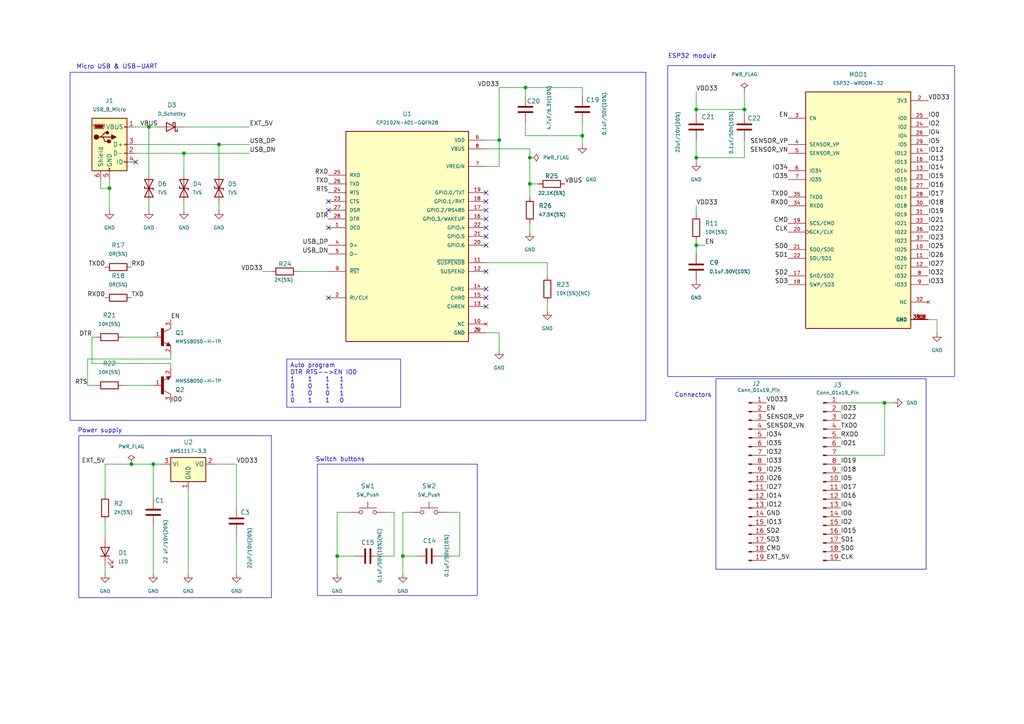
<source format=kicad_sch>
(kicad_sch (version 20231120) (generator "eeschema") (generator_version "8.0")
  (paper "A4")
  (title_block (title "ESP32 Devkit clone") (date "2024-04-22") (rev "Revision 2"))
  (lib_symbols
    (symbol "CP2102N-A01-GQFN28:CP2102N-A01-GQFN28" (pin_names (offset 1.016))
      (property "Reference" "U" (at -17.8308 31.0896 0))
      (property "Value" "CP2102N-A01-GQFN28" (at -17.8054 -31.0388 0))
      (symbol "CP2102N-A01-GQFN28_0_0"
        (rectangle (start -17.78 -30.48) (end 17.78 30.48) (stroke (width 0.254)) (fill (type background)))
        (pin input line (at -22.86 2.54 0) (length 5.08) (name "DCD") (number "1"))
        (pin no_connect line (at 22.86 -25.4 180) (length 5.08) (name "NC") (number "10"))
        (pin output line (at 22.86 -7.62 180) (length 5.08) (name "~{SUSPENDB}") (number "11"))
        (pin output line (at 22.86 -10.16 180) (length 5.08) (name "SUSPEND") (number "12"))
        (pin output line (at 22.86 -20.32 180) (length 5.08) (name "CHREN") (number "13"))
        (pin output line (at 22.86 -15.24 180) (length 5.08) (name "CHR1") (number "14"))
        (pin output line (at 22.86 -17.78 180) (length 5.08) (name "CHR0") (number "15"))
        (pin bidirectional line (at 22.86 5.08 180) (length 5.08) (name "GPIO.3/WAKEUP") (number "16"))
        (pin bidirectional line (at 22.86 7.62 180) (length 5.08) (name "GPIO.2/RS485") (number "17"))
        (pin bidirectional line (at 22.86 10.16 180) (length 5.08) (name "GPIO.1/RXT") (number "18"))
        (pin bidirectional line (at 22.86 12.7 180) (length 5.08) (name "GPIO.0/TXT") (number "19"))
        (pin bidirectional line (at -22.86 -17.78 0) (length 5.08) (name "RI/CLK") (number "2"))
        (pin bidirectional line (at 22.86 -2.54 180) (length 5.08) (name "GPIO.6") (number "20"))
        (pin bidirectional line (at 22.86 0 180) (length 5.08) (name "GPIO.5") (number "21"))
        (pin bidirectional line (at 22.86 2.54 180) (length 5.08) (name "GPIO.4") (number "22"))
        (pin input line (at -22.86 10.16 0) (length 5.08) (name "CTS") (number "23"))
        (pin output line (at -22.86 12.7 0) (length 5.08) (name "RTS") (number "24"))
        (pin input line (at -22.86 17.78 0) (length 5.08) (name "RXD") (number "25"))
        (pin output line (at -22.86 15.24 0) (length 5.08) (name "TXD") (number "26"))
        (pin input line (at -22.86 7.62 0) (length 5.08) (name "DSR") (number "27"))
        (pin output line (at -22.86 5.08 0) (length 5.08) (name "DTR") (number "28"))
        (pin power_in line (at 22.86 -27.94 180) (length 5.08) (name "GND") (number "29"))
        (pin power_in line (at 22.86 -27.94 180) (length 5.08) (name "GND") (number "3"))
        (pin bidirectional line (at -22.86 -2.54 0) (length 5.08) (name "D+") (number "4"))
        (pin bidirectional line (at -22.86 -5.08 0) (length 5.08) (name "D-") (number "5"))
        (pin power_in line (at 22.86 27.94 180) (length 5.08) (name "VDD") (number "6"))
        (pin power_in line (at 22.86 20.32 180) (length 5.08) (name "VREGIN") (number "7"))
        (pin power_in line (at 22.86 25.4 180) (length 5.08) (name "VBUS") (number "8"))
        (pin input line (at -22.86 -10.16 0) (length 5.08) (name "~{RST}") (number "9"))
      )
    )
    (symbol "Connector:Conn_01x19_Pin" (pin_names (offset 1.016) hide)
      (property "Reference" "J" (at 0 25.4 0))
      (property "Value" "Conn_01x19_Pin" (at 0 -25.4 0))
      (symbol "Conn_01x19_Pin_1_1"
        (polyline (pts (xy 1.27 -22.86) (xy 0.8636 -22.86)) (stroke (width 0.1524)))
        (polyline (pts (xy 1.27 -20.32) (xy 0.8636 -20.32)) (stroke (width 0.1524)))
        (polyline (pts (xy 1.27 -17.78) (xy 0.8636 -17.78)) (stroke (width 0.1524)))
        (polyline (pts (xy 1.27 -15.24) (xy 0.8636 -15.24)) (stroke (width 0.1524)))
        (polyline (pts (xy 1.27 -12.7) (xy 0.8636 -12.7)) (stroke (width 0.1524)))
        (polyline (pts (xy 1.27 -10.16) (xy 0.8636 -10.16)) (stroke (width 0.1524)))
        (polyline (pts (xy 1.27 -7.62) (xy 0.8636 -7.62)) (stroke (width 0.1524)))
        (polyline (pts (xy 1.27 -5.08) (xy 0.8636 -5.08)) (stroke (width 0.1524)))
        (polyline (pts (xy 1.27 -2.54) (xy 0.8636 -2.54)) (stroke (width 0.1524)))
        (polyline (pts (xy 1.27 0) (xy 0.8636 0)) (stroke (width 0.1524)))
        (polyline (pts (xy 1.27 2.54) (xy 0.8636 2.54)) (stroke (width 0.1524)))
        (polyline (pts (xy 1.27 5.08) (xy 0.8636 5.08)) (stroke (width 0.1524)))
        (polyline (pts (xy 1.27 7.62) (xy 0.8636 7.62)) (stroke (width 0.1524)))
        (polyline (pts (xy 1.27 10.16) (xy 0.8636 10.16)) (stroke (width 0.1524)))
        (polyline (pts (xy 1.27 12.7) (xy 0.8636 12.7)) (stroke (width 0.1524)))
        (polyline (pts (xy 1.27 15.24) (xy 0.8636 15.24)) (stroke (width 0.1524)))
        (polyline (pts (xy 1.27 17.78) (xy 0.8636 17.78)) (stroke (width 0.1524)))
        (polyline (pts (xy 1.27 20.32) (xy 0.8636 20.32)) (stroke (width 0.1524)))
        (polyline (pts (xy 1.27 22.86) (xy 0.8636 22.86)) (stroke (width 0.1524)))
        (rectangle (start 0.8636 -22.733) (end 0 -22.987) (stroke (width 0.1524)) (fill (type outline)))
        (rectangle (start 0.8636 -20.193) (end 0 -20.447) (stroke (width 0.1524)) (fill (type outline)))
        (rectangle (start 0.8636 -17.653) (end 0 -17.907) (stroke (width 0.1524)) (fill (type outline)))
        (rectangle (start 0.8636 -15.113) (end 0 -15.367) (stroke (width 0.1524)) (fill (type outline)))
        (rectangle (start 0.8636 -12.573) (end 0 -12.827) (stroke (width 0.1524)) (fill (type outline)))
        (rectangle (start 0.8636 -10.033) (end 0 -10.287) (stroke (width 0.1524)) (fill (type outline)))
        (rectangle (start 0.8636 -7.493) (end 0 -7.747) (stroke (width 0.1524)) (fill (type outline)))
        (rectangle (start 0.8636 -4.953) (end 0 -5.207) (stroke (width 0.1524)) (fill (type outline)))
        (rectangle (start 0.8636 -2.413) (end 0 -2.667) (stroke (width 0.1524)) (fill (type outline)))
        (rectangle (start 0.8636 0.127) (end 0 -0.127) (stroke (width 0.1524)) (fill (type outline)))
        (rectangle (start 0.8636 2.667) (end 0 2.413) (stroke (width 0.1524)) (fill (type outline)))
        (rectangle (start 0.8636 5.207) (end 0 4.953) (stroke (width 0.1524)) (fill (type outline)))
        (rectangle (start 0.8636 7.747) (end 0 7.493) (stroke (width 0.1524)) (fill (type outline)))
        (rectangle (start 0.8636 10.287) (end 0 10.033) (stroke (width 0.1524)) (fill (type outline)))
        (rectangle (start 0.8636 12.827) (end 0 12.573) (stroke (width 0.1524)) (fill (type outline)))
        (rectangle (start 0.8636 15.367) (end 0 15.113) (stroke (width 0.1524)) (fill (type outline)))
        (rectangle (start 0.8636 17.907) (end 0 17.653) (stroke (width 0.1524)) (fill (type outline)))
        (rectangle (start 0.8636 20.447) (end 0 20.193) (stroke (width 0.1524)) (fill (type outline)))
        (rectangle (start 0.8636 22.987) (end 0 22.733) (stroke (width 0.1524)) (fill (type outline)))
        (pin passive line (at 5.08 22.86 180) (length 3.81) (name "Pin_1") (number "1"))
        (pin passive line (at 5.08 0 180) (length 3.81) (name "Pin_10") (number "10"))
        (pin passive line (at 5.08 -2.54 180) (length 3.81) (name "Pin_11") (number "11"))
        (pin passive line (at 5.08 -5.08 180) (length 3.81) (name "Pin_12") (number "12"))
        (pin passive line (at 5.08 -7.62 180) (length 3.81) (name "Pin_13") (number "13"))
        (pin passive line (at 5.08 -10.16 180) (length 3.81) (name "Pin_14") (number "14"))
        (pin passive line (at 5.08 -12.7 180) (length 3.81) (name "Pin_15") (number "15"))
        (pin passive line (at 5.08 -15.24 180) (length 3.81) (name "Pin_16") (number "16"))
        (pin passive line (at 5.08 -17.78 180) (length 3.81) (name "Pin_17") (number "17"))
        (pin passive line (at 5.08 -20.32 180) (length 3.81) (name "Pin_18") (number "18"))
        (pin passive line (at 5.08 -22.86 180) (length 3.81) (name "Pin_19") (number "19"))
        (pin passive line (at 5.08 20.32 180) (length 3.81) (name "Pin_2") (number "2"))
        (pin passive line (at 5.08 17.78 180) (length 3.81) (name "Pin_3") (number "3"))
        (pin passive line (at 5.08 15.24 180) (length 3.81) (name "Pin_4") (number "4"))
        (pin passive line (at 5.08 12.7 180) (length 3.81) (name "Pin_5") (number "5"))
        (pin passive line (at 5.08 10.16 180) (length 3.81) (name "Pin_6") (number "6"))
        (pin passive line (at 5.08 7.62 180) (length 3.81) (name "Pin_7") (number "7"))
        (pin passive line (at 5.08 5.08 180) (length 3.81) (name "Pin_8") (number "8"))
        (pin passive line (at 5.08 2.54 180) (length 3.81) (name "Pin_9") (number "9"))
      )
    )
    (symbol "Connector:USB_B_Micro" (pin_names (offset 1.016))
      (property "Reference" "J" (at -5.08 11.43 0))
      (property "Value" "USB_B_Micro" (at -5.08 8.89 0))
      (symbol "USB_B_Micro_0_1"
        (rectangle (start -5.08 -7.62) (end 5.08 7.62) (stroke (width 0.254)) (fill (type background)))
        (circle (center -3.81 2.159) (radius 0.635) (stroke (width 0.254)) (fill (type outline)))
        (circle (center -0.635 3.429) (radius 0.381) (stroke (width 0.254)) (fill (type outline)))
        (rectangle (start -0.127 -7.62) (end 0.127 -6.858))
        (polyline (pts (xy -1.905 2.159) (xy 0.635 2.159)) (stroke (width 0.254)))
        (polyline (pts (xy -3.175 2.159) (xy -2.54 2.159) (xy -1.27 3.429) (xy -0.635 3.429)) (stroke (width 0.254)))
        (polyline (pts (xy -2.54 2.159) (xy -1.905 2.159) (xy -1.27 0.889) (xy 0 0.889)) (stroke (width 0.254)))
        (polyline (pts (xy 0.635 2.794) (xy 0.635 1.524) (xy 1.905 2.159) (xy 0.635 2.794)) (stroke (width 0.254)) (fill (type outline)))
        (polyline (pts (xy -4.318 5.588) (xy -1.778 5.588) (xy -2.032 4.826) (xy -4.064 4.826) (xy -4.318 5.588)) (fill (type outline)))
        (polyline (pts (xy -4.699 5.842) (xy -4.699 5.588) (xy -4.445 4.826) (xy -4.445 4.572) (xy -1.651 4.572) (xy -1.651 4.826) (xy -1.397 5.588) (xy -1.397 5.842) (xy -4.699 5.842)))
        (rectangle (start 0.254 1.27) (end -0.508 0.508) (stroke (width 0.254)) (fill (type outline)))
        (rectangle (start 5.08 -5.207) (end 4.318 -4.953))
        (rectangle (start 5.08 -2.667) (end 4.318 -2.413))
        (rectangle (start 5.08 -0.127) (end 4.318 0.127))
        (rectangle (start 5.08 4.953) (end 4.318 5.207))
      )
      (symbol "USB_B_Micro_1_1"
        (pin power_out line (at 7.62 5.08 180) (length 2.54) (name "VBUS") (number "1"))
        (pin bidirectional line (at 7.62 -2.54 180) (length 2.54) (name "D-") (number "2"))
        (pin bidirectional line (at 7.62 0 180) (length 2.54) (name "D+") (number "3"))
        (pin passive line (at 7.62 -5.08 180) (length 2.54) (name "ID") (number "4"))
        (pin power_out line (at 0 -10.16 90) (length 2.54) (name "GND") (number "5"))
        (pin passive line (at -2.54 -10.16 90) (length 2.54) (name "Shield") (number "6"))
      )
    )
    (symbol "Device:C" (pin_numbers hide) (pin_names (offset 0.254))
      (property "Reference" "C" (at 0.635 2.54 0))
      (property "Value" "C" (at 0.635 -2.54 0))
      (symbol "C_0_1"
        (polyline (pts (xy -2.032 -0.762) (xy 2.032 -0.762)) (stroke (width 0.508)))
        (polyline (pts (xy -2.032 0.762) (xy 2.032 0.762)) (stroke (width 0.508)))
      )
      (symbol "C_1_1"
        (pin passive line (at 0 3.81 270) (length 2.794) (name "~") (number "1"))
        (pin passive line (at 0 -3.81 90) (length 2.794) (name "~") (number "2"))
      )
    )
    (symbol "Device:D_Schottky" (pin_numbers hide) (pin_names (offset 1.016) hide)
      (property "Reference" "D" (at 0 2.54 0))
      (property "Value" "D_Schottky" (at 0 -2.54 0))
      (symbol "D_Schottky_0_1"
        (polyline (pts (xy 1.27 0) (xy -1.27 0)))
        (polyline (pts (xy 1.27 1.27) (xy 1.27 -1.27) (xy -1.27 0) (xy 1.27 1.27)) (stroke (width 0.254)))
        (polyline (pts (xy -1.905 0.635) (xy -1.905 1.27) (xy -1.27 1.27) (xy -1.27 -1.27) (xy -0.635 -1.27) (xy -0.635 -0.635)) (stroke (width 0.254)))
      )
      (symbol "D_Schottky_1_1"
        (pin passive line (at -3.81 0 0) (length 2.54) (name "K") (number "1"))
        (pin passive line (at 3.81 0 180) (length 2.54) (name "A") (number "2"))
      )
    )
    (symbol "Device:LED" (pin_numbers hide) (pin_names (offset 1.016) hide)
      (property "Reference" "D" (at 0 2.54 0))
      (property "Value" "LED" (at 0 -2.54 0))
      (symbol "LED_0_1"
        (polyline (pts (xy -1.27 -1.27) (xy -1.27 1.27)) (stroke (width 0.254)))
        (polyline (pts (xy -1.27 0) (xy 1.27 0)))
        (polyline (pts (xy 1.27 -1.27) (xy 1.27 1.27) (xy -1.27 0) (xy 1.27 -1.27)) (stroke (width 0.254)))
        (polyline (pts (xy -3.048 -0.762) (xy -4.572 -2.286) (xy -3.81 -2.286) (xy -4.572 -2.286) (xy -4.572 -1.524)))
        (polyline (pts (xy -1.778 -0.762) (xy -3.302 -2.286) (xy -2.54 -2.286) (xy -3.302 -2.286) (xy -3.302 -1.524)))
      )
      (symbol "LED_1_1"
        (pin passive line (at -3.81 0 0) (length 2.54) (name "K") (number "1"))
        (pin passive line (at 3.81 0 180) (length 2.54) (name "A") (number "2"))
      )
    )
    (symbol "Device:R" (pin_numbers hide) (pin_names (offset 0))
      (property "Reference" "R" (at 2.032 0 90))
      (property "Value" "R" (at 0 0 90))
      (symbol "R_0_1"
        (rectangle (start -1.016 -2.54) (end 1.016 2.54) (stroke (width 0.254)))
      )
      (symbol "R_1_1"
        (pin passive line (at 0 3.81 270) (length 1.27) (name "~") (number "1"))
        (pin passive line (at 0 -3.81 90) (length 1.27) (name "~") (number "2"))
      )
    )
    (symbol "ESP32-WROOM-32:ESP32-WROOM-32" (pin_names (offset 1.016))
      (property "Reference" "MOD1" (at 0 40.64 0))
      (property "Value" "ESP32-WROOM-32" (at 0 38.1 0))
      (symbol "ESP32-WROOM-32_0_0"
        (rectangle (start -15.24 35.56) (end 15.24 -33.02) (stroke (width 0.254)) (fill (type background)))
        (pin power_in line (at 20.32 -30.48 180) (length 5.08) (name "GND") (number "1"))
        (pin bidirectional line (at 20.32 -10.16 180) (length 5.08) (name "IO25") (number "10"))
        (pin bidirectional line (at 20.32 -12.7 180) (length 5.08) (name "IO26") (number "11"))
        (pin bidirectional line (at 20.32 -15.24 180) (length 5.08) (name "IO27") (number "12"))
        (pin bidirectional line (at 20.32 12.7 180) (length 5.08) (name "IO14") (number "13"))
        (pin bidirectional line (at 20.32 17.78 180) (length 5.08) (name "IO12") (number "14"))
        (pin power_in line (at 20.32 -30.48 180) (length 5.08) (name "GND") (number "15"))
        (pin bidirectional line (at 20.32 15.24 180) (length 5.08) (name "IO13") (number "16"))
        (pin bidirectional line (at -20.32 -17.78 0) (length 5.08) (name "SHD/SD2") (number "17"))
        (pin bidirectional line (at -20.32 -20.32 0) (length 5.08) (name "SWP/SD3") (number "18"))
        (pin bidirectional line (at -20.32 -2.54 0) (length 5.08) (name "SCS/CMD") (number "19"))
        (pin power_in line (at 20.32 33.02 180) (length 5.08) (name "3V3") (number "2"))
        (pin bidirectional clock (at -20.32 -5.08 0) (length 5.08) (name "SCK/CLK") (number "20"))
        (pin bidirectional line (at -20.32 -10.16 0) (length 5.08) (name "SDO/SD0") (number "21"))
        (pin bidirectional line (at -20.32 -12.7 0) (length 5.08) (name "SDI/SD1") (number "22"))
        (pin bidirectional line (at 20.32 10.16 180) (length 5.08) (name "IO15") (number "23"))
        (pin bidirectional line (at 20.32 25.4 180) (length 5.08) (name "IO2") (number "24"))
        (pin bidirectional line (at 20.32 27.94 180) (length 5.08) (name "IO0") (number "25"))
        (pin bidirectional line (at 20.32 22.86 180) (length 5.08) (name "IO4") (number "26"))
        (pin bidirectional line (at 20.32 7.62 180) (length 5.08) (name "IO16") (number "27"))
        (pin bidirectional line (at 20.32 5.08 180) (length 5.08) (name "IO17") (number "28"))
        (pin bidirectional line (at 20.32 20.32 180) (length 5.08) (name "IO5") (number "29"))
        (pin input line (at -20.32 27.94 0) (length 5.08) (name "EN") (number "3"))
        (pin bidirectional line (at 20.32 2.54 180) (length 5.08) (name "IO18") (number "30"))
        (pin bidirectional line (at 20.32 0 180) (length 5.08) (name "IO19") (number "31"))
        (pin no_connect line (at 20.32 -25.4 180) (length 5.08) (name "NC") (number "32"))
        (pin bidirectional line (at 20.32 -2.54 180) (length 5.08) (name "IO21") (number "33"))
        (pin bidirectional line (at -20.32 2.54 0) (length 5.08) (name "RXD0") (number "34"))
        (pin bidirectional line (at -20.32 5.08 0) (length 5.08) (name "TXD0") (number "35"))
        (pin bidirectional line (at 20.32 -5.08 180) (length 5.08) (name "IO22") (number "36"))
        (pin bidirectional line (at 20.32 -7.62 180) (length 5.08) (name "IO23") (number "37"))
        (pin power_in line (at 20.32 -30.48 180) (length 5.08) (name "GND") (number "38"))
        (pin power_in line (at 20.32 -30.48 180) (length 5.08) (name "GND") (number "39_1"))
        (pin power_in line (at 20.32 -30.48 180) (length 5.08) (name "GND") (number "39_2"))
        (pin power_in line (at 20.32 -30.48 180) (length 5.08) (name "GND") (number "39_3"))
        (pin power_in line (at 20.32 -30.48 180) (length 5.08) (name "GND") (number "39_4"))
        (pin power_in line (at 20.32 -30.48 180) (length 5.08) (name "GND") (number "39_5"))
        (pin power_in line (at 20.32 -30.48 180) (length 5.08) (name "GND") (number "39_6"))
        (pin power_in line (at 20.32 -30.48 180) (length 5.08) (name "GND") (number "39_7"))
        (pin power_in line (at 20.32 -30.48 180) (length 5.08) (name "GND") (number "39_8"))
        (pin power_in line (at 20.32 -30.48 180) (length 5.08) (name "GND") (number "39_9"))
        (pin input line (at -20.32 20.32 0) (length 5.08) (name "SENSOR_VP") (number "4"))
        (pin input line (at -20.32 17.78 0) (length 5.08) (name "SENSOR_VN") (number "5"))
        (pin input line (at -20.32 12.7 0) (length 5.08) (name "IO34") (number "6"))
        (pin input line (at -20.32 10.16 0) (length 5.08) (name "IO35") (number "7"))
        (pin bidirectional line (at 20.32 -17.78 180) (length 5.08) (name "IO32") (number "8"))
        (pin bidirectional line (at 20.32 -20.32 180) (length 5.08) (name "IO33") (number "9"))
      )
    )
    (symbol "MMSS8050-H-TP:MMSS8050-H-TP" (pin_names (offset 1.016))
      (property "Reference" "Q" (at -10.16 7.62 0))
      (property "Value" "MMSS8050-H-TP" (at -10.16 -7.62 0))
      (symbol "MMSS8050-H-TP_0_0"
        (rectangle (start -0.254 -2.54) (end 0.508 2.54) (stroke (width 0.1)) (fill (type outline)))
        (polyline (pts (xy 1.27 -2.54) (xy 1.778 -1.524)) (stroke (width 0.1524)))
        (polyline (pts (xy 1.524 -2.413) (xy 2.286 -2.413)) (stroke (width 0.254)))
        (polyline (pts (xy 1.524 -2.286) (xy 1.905 -2.286)) (stroke (width 0.254)))
        (polyline (pts (xy 1.54 -2.04) (xy 0.308 -1.424)) (stroke (width 0.1524)))
        (polyline (pts (xy 1.778 -1.778) (xy 1.524 -2.286)) (stroke (width 0.254)))
        (polyline (pts (xy 1.778 -1.524) (xy 2.54 -2.54)) (stroke (width 0.1524)))
        (polyline (pts (xy 1.905 -2.286) (xy 1.778 -2.032)) (stroke (width 0.254)))
        (polyline (pts (xy 2.286 -2.413) (xy 1.778 -1.778)) (stroke (width 0.254)))
        (polyline (pts (xy 2.54 -2.54) (xy 1.27 -2.54)) (stroke (width 0.1524)))
        (polyline (pts (xy 2.54 2.54) (xy 0.508 1.524)) (stroke (width 0.1524)))
        (pin passive line (at -2.54 0 0) (length 2.54) (name "~") (number "1"))
        (pin passive line (at 2.54 -5.08 90) (length 2.54) (name "~") (number "2"))
        (pin passive line (at 2.54 5.08 270) (length 2.54) (name "~") (number "3"))
      )
    )
    (symbol "Regulator_Linear:AMS1117-3.3"
      (property "Reference" "U" (at -3.81 3.175 0))
      (property "Value" "AMS1117-3.3" (at 0 3.175 0))
      (symbol "AMS1117-3.3_0_1"
        (rectangle (start -5.08 -5.08) (end 5.08 1.905) (stroke (width 0.254)) (fill (type background)))
      )
      (symbol "AMS1117-3.3_1_1"
        (pin power_in line (at 0 -7.62 90) (length 2.54) (name "GND") (number "1"))
        (pin power_out line (at 7.62 0 180) (length 2.54) (name "VO") (number "2"))
        (pin power_in line (at -7.62 0 0) (length 2.54) (name "VI") (number "3"))
      )
    )
    (symbol "SparkFun-DiscreteSemi:D_TVS" (pin_numbers hide) (pin_names (offset 1.016) hide)
      (property "Reference" "D" (at 0 2.54 0))
      (property "Value" "TVS" (at 0 -2.54 0))
      (symbol "D_TVS_0_1"
        (polyline (pts (xy 1.27 0) (xy -1.27 0)))
        (polyline (pts (xy 0.508 1.27) (xy 0 1.27) (xy 0 -1.27) (xy -0.508 -1.27)) (stroke (width 0.254)))
        (polyline (pts (xy -2.54 1.27) (xy -2.54 -1.27) (xy 2.54 1.27) (xy 2.54 -1.27) (xy -2.54 1.27)) (stroke (width 0.254)))
      )
      (symbol "D_TVS_1_1"
        (pin passive line (at -3.81 0 0) (length 2.54) (name "A1") (number "1"))
        (pin passive line (at 3.81 0 180) (length 2.54) (name "A2") (number "2"))
      )
    )
    (symbol "Switch:SW_Push" (pin_numbers hide) (pin_names (offset 1.016) hide)
      (property "Reference" "SW" (at 1.27 2.54 0))
      (property "Value" "SW_Push" (at 0 -1.524 0))
      (symbol "SW_Push_0_1"
        (circle (center -2.032 0) (radius 0.508))
        (polyline (pts (xy 0 1.27) (xy 0 3.048)))
        (polyline (pts (xy 2.54 1.27) (xy -2.54 1.27)))
        (circle (center 2.032 0) (radius 0.508))
        (pin passive line (at -5.08 0 0) (length 2.54) (name "1") (number "1"))
        (pin passive line (at 5.08 0 180) (length 2.54) (name "2") (number "2"))
      )
    )
    (symbol "power:GND" (power) (pin_names (offset 0))
      (property "Value" "GND" (at 0 -3.81 0))
      (symbol "GND_0_1"
        (polyline (pts (xy 0 0) (xy 0 -1.27) (xy 1.27 -1.27) (xy 0 -2.54) (xy -1.27 -1.27) (xy 0 -1.27)))
      )
      (symbol "GND_1_1"
        (pin power_in line (at 0 0 270) (length 0) hide (name "GND") (number "1"))
      )
    )
    (symbol "power:PWR_FLAG" (power) (pin_numbers hide) (pin_names (offset 0) hide)
      (property "Value" "PWR_FLAG" (at 0 3.81 0))
      (symbol "PWR_FLAG_0_0"
        (pin power_out line (at 0 0 90) (length 0) (name "pwr") (number "1"))
      )
      (symbol "PWR_FLAG_0_1"
        (polyline (pts (xy 0 0) (xy 0 1.27) (xy -1.016 1.905) (xy 0 2.54) (xy 1.016 1.905) (xy 0 1.27)))
      )
    )
  )
  (junction (at 38.1 134.62))
  (junction (at 144.78 40.64))
  (junction (at 153.67 53.34))
  (junction (at 215.9 31.75))
  (junction (at 201.93 71.12))
  (junction (at 53.34 44.45))
  (junction (at 97.79 161.29))
  (junction (at 168.91 39.37))
  (junction (at 256.54 116.84))
  (junction (at 31.75 54.61))
  (junction (at 153.67 45.72))
  (junction (at 44.45 134.62))
  (junction (at 201.93 31.75))
  (junction (at 63.5 41.91))
  (junction (at 152.4 25.4))
  (junction (at 43.18 36.83))
  (junction (at 201.93 45.72))
  (junction (at 116.84 161.29))
  (no_connect (at 140.97 86.36))
  (no_connect (at 140.97 58.42))
  (no_connect (at 95.25 86.36))
  (no_connect (at 140.97 78.74))
  (no_connect (at 140.97 68.58))
  (no_connect (at 95.25 60.96))
  (no_connect (at 140.97 60.96))
  (no_connect (at 140.97 66.04))
  (no_connect (at 95.25 58.42))
  (no_connect (at 140.97 88.9))
  (no_connect (at 95.25 66.04))
  (no_connect (at 39.37 46.99))
  (no_connect (at 140.97 63.5))
  (no_connect (at 140.97 83.82))
  (no_connect (at 140.97 55.88))
  (no_connect (at 140.97 71.12))
  (wire (pts (xy 101.6 148.59) (xy 97.79 148.59)))
  (wire (pts (xy 152.4 25.4) (xy 152.4 27.94)))
  (wire (pts (xy 201.93 69.85) (xy 201.93 71.12)))
  (wire (pts (xy 215.9 31.75) (xy 215.9 33.02)))
  (wire (pts (xy 201.93 26.67) (xy 201.93 31.75)))
  (wire (pts (xy 158.75 76.2) (xy 140.97 76.2)))
  (wire (pts (xy 39.37 36.83) (xy 43.18 36.83)))
  (wire (pts (xy 63.5 41.91) (xy 72.39 41.91)))
  (wire (pts (xy 30.48 134.62) (xy 30.48 143.51)))
  (wire (pts (xy 97.79 148.59) (xy 97.79 161.29)))
  (wire (pts (xy 63.5 41.91) (xy 63.5 50.8)))
  (wire (pts (xy 53.34 44.45) (xy 72.39 44.45)))
  (wire (pts (xy 53.34 36.83) (xy 72.39 36.83)))
  (wire (pts (xy 54.61 142.24) (xy 54.61 166.37)))
  (wire (pts (xy 144.78 96.52) (xy 144.78 101.6)))
  (wire (pts (xy 49.53 102.87) (xy 49.53 104.14)))
  (wire (pts (xy 30.48 134.62) (xy 38.1 134.62)))
  (wire (pts (xy 26.67 105.41) (xy 26.67 97.79)))
  (wire (pts (xy 44.45 134.62) (xy 44.45 144.78)))
  (wire (pts (xy 144.78 48.26) (xy 144.78 40.64)))
  (wire (pts (xy 168.91 39.37) (xy 168.91 41.91)))
  (wire (pts (xy 133.35 161.29) (xy 133.35 148.59)))
  (wire (pts (xy 53.34 60.96) (xy 53.34 58.42)))
  (wire (pts (xy 43.18 36.83) (xy 43.18 50.8)))
  (wire (pts (xy 158.75 87.63) (xy 158.75 90.17)))
  (wire (pts (xy 256.54 132.08) (xy 256.54 116.84)))
  (wire (pts (xy 114.3 161.29) (xy 114.3 148.59)))
  (wire (pts (xy 168.91 35.56) (xy 168.91 39.37)))
  (wire (pts (xy 256.54 116.84) (xy 259.08 116.84)))
  (wire (pts (xy 144.78 40.64) (xy 144.78 25.4)))
  (wire (pts (xy 30.48 151.13) (xy 30.48 156.21)))
  (wire (pts (xy 86.36 78.74) (xy 95.25 78.74)))
  (wire (pts (xy 68.58 134.62) (xy 68.58 147.32)))
  (wire (pts (xy 25.4 111.76) (xy 27.94 111.76)))
  (wire (pts (xy 116.84 161.29) (xy 116.84 166.37)))
  (wire (pts (xy 153.67 45.72) (xy 153.67 53.34)))
  (wire (pts (xy 53.34 44.45) (xy 53.34 50.8)))
  (wire (pts (xy 62.23 134.62) (xy 68.58 134.62)))
  (wire (pts (xy 114.3 148.59) (xy 111.76 148.59)))
  (wire (pts (xy 35.56 111.76) (xy 44.45 111.76)))
  (wire (pts (xy 271.78 96.52) (xy 271.78 92.71)))
  (wire (pts (xy 140.97 96.52) (xy 144.78 96.52)))
  (wire (pts (xy 271.78 92.71) (xy 269.24 92.71)))
  (wire (pts (xy 243.84 132.08) (xy 256.54 132.08)))
  (wire (pts (xy 128.27 161.29) (xy 133.35 161.29)))
  (wire (pts (xy 215.9 40.64) (xy 215.9 45.72)))
  (wire (pts (xy 35.56 97.79) (xy 44.45 97.79)))
  (wire (pts (xy 43.18 36.83) (xy 45.72 36.83)))
  (wire (pts (xy 140.97 40.64) (xy 144.78 40.64)))
  (wire (pts (xy 31.75 54.61) (xy 29.21 54.61)))
  (wire (pts (xy 152.4 39.37) (xy 152.4 35.56)))
  (wire (pts (xy 26.67 97.79) (xy 27.94 97.79)))
  (wire (pts (xy 133.35 148.59) (xy 129.54 148.59)))
  (wire (pts (xy 49.53 106.68) (xy 49.53 105.41)))
  (wire (pts (xy 63.5 60.96) (xy 63.5 58.42)))
  (wire (pts (xy 29.21 54.61) (xy 29.21 52.07)))
  (wire (pts (xy 44.45 134.62) (xy 38.1 134.62)))
  (wire (pts (xy 116.84 148.59) (xy 116.84 161.29)))
  (wire (pts (xy 168.91 25.4) (xy 168.91 27.94)))
  (wire (pts (xy 201.93 31.75) (xy 201.93 33.02)))
  (wire (pts (xy 31.75 52.07) (xy 31.75 54.61)))
  (wire (pts (xy 168.91 39.37) (xy 152.4 39.37)))
  (wire (pts (xy 153.67 53.34) (xy 153.67 57.15)))
  (wire (pts (xy 153.67 43.18) (xy 153.67 45.72)))
  (wire (pts (xy 140.97 48.26) (xy 144.78 48.26)))
  (wire (pts (xy 215.9 45.72) (xy 201.93 45.72)))
  (wire (pts (xy 144.78 25.4) (xy 152.4 25.4)))
  (wire (pts (xy 243.84 116.84) (xy 256.54 116.84)))
  (wire (pts (xy 153.67 64.77) (xy 153.67 67.31)))
  (wire (pts (xy 119.38 148.59) (xy 116.84 148.59)))
  (wire (pts (xy 68.58 154.94) (xy 68.58 166.37)))
  (wire (pts (xy 97.79 161.29) (xy 97.79 166.37)))
  (wire (pts (xy 201.93 45.72) (xy 201.93 40.64)))
  (wire (pts (xy 44.45 152.4) (xy 44.45 166.37)))
  (wire (pts (xy 43.18 60.96) (xy 43.18 58.42)))
  (wire (pts (xy 153.67 43.18) (xy 140.97 43.18)))
  (wire (pts (xy 158.75 80.01) (xy 158.75 76.2)))
  (wire (pts (xy 116.84 161.29) (xy 120.65 161.29)))
  (wire (pts (xy 46.99 134.62) (xy 44.45 134.62)))
  (wire (pts (xy 201.93 45.72) (xy 201.93 46.99)))
  (wire (pts (xy 31.75 54.61) (xy 31.75 60.96)))
  (wire (pts (xy 201.93 71.12) (xy 204.47 71.12)))
  (wire (pts (xy 215.9 26.67) (xy 215.9 31.75)))
  (wire (pts (xy 25.4 104.14) (xy 25.4 111.76)))
  (wire (pts (xy 39.37 41.91) (xy 63.5 41.91)))
  (wire (pts (xy 110.49 161.29) (xy 114.3 161.29)))
  (wire (pts (xy 78.74 78.74) (xy 76.2 78.74)))
  (wire (pts (xy 49.53 104.14) (xy 25.4 104.14)))
  (wire (pts (xy 201.93 71.12) (xy 201.93 73.66)))
  (wire (pts (xy 152.4 25.4) (xy 168.91 25.4)))
  (wire (pts (xy 153.67 53.34) (xy 156.21 53.34)))
  (wire (pts (xy 49.53 105.41) (xy 26.67 105.41)))
  (wire (pts (xy 215.9 31.75) (xy 201.93 31.75)))
  (wire (pts (xy 30.48 163.83) (xy 30.48 166.37)))
  (wire (pts (xy 201.93 59.69) (xy 201.93 62.23)))
  (wire (pts (xy 39.37 44.45) (xy 53.34 44.45)))
  (wire (pts (xy 97.79 161.29) (xy 102.87 161.29)))
  (rectangle (start 20.32 20.955) (end 187.325 121.92))
  (rectangle (start 207.645 109.855) (end 268.605 165.1))
  (rectangle (start 92.075 134.62) (end 138.43 172.72))
  (rectangle (start 22.86 126.365) (end 78.74 173.355))
  (rectangle (start 193.675 19.05) (end 276.86 109.22))
  (text_box "Auto program \nDTR RTS-->EN IO0 \n1    1    1   1\n0    0    1   1 \n1    0    0   1 \n0    1    1   0" (at 83.185 104.14 0) (size 33.02 13.97) (effects (font (size 1.27 1.27)) (justify left top)))
  (text "Switch buttons" (at 98.679 133.35 0) (effects (font (size 1.27 1.27))))
  (text "Connectors" (at 201.041 114.681 0) (effects (font (size 1.27 1.27))))
  (text "ESP32 module" (at 200.787 16.383 0) (effects (font (size 1.27 1.27))))
  (text "Power supply" (at 28.956 124.968 0) (effects (font (size 1.27 1.27))))
  (text "Micro USB & USB-UART" (at 33.909 19.431 0) (effects (font (size 1.27 1.27))))
  (label "CMD" (at 222.25 160.02 0))
  (label "DTR" (at 26.67 97.79 180))
  (label "VDD33" (at 269.24 29.21 0))
  (label "IO22" (at 269.24 67.31 0))
  (label "TXD0" (at 228.6 57.15 180))
  (label "TXD" (at 38.1 86.36 0))
  (label "SD0" (at 228.6 72.39 180))
  (label "IO12" (at 269.24 44.45 0))
  (label "IO5" (at 269.24 41.91 0))
  (label "IO14" (at 269.24 49.53 0))
  (label "IO17" (at 269.24 57.15 0))
  (label "CMD" (at 228.6 64.77 180))
  (label "SD2" (at 228.6 80.01 180))
  (label "EXT_5V" (at 222.25 162.56 0))
  (label "IO32" (at 269.24 80.01 0))
  (label "SD3" (at 222.25 157.48 0))
  (label "IO5" (at 243.84 139.7 0))
  (label "SENSOR_VN" (at 222.25 124.46 0))
  (label "IO26" (at 222.25 139.7 0))
  (label "RXD" (at 38.1 77.47 0))
  (label "IO26" (at 269.24 74.93 0))
  (label "IO15" (at 243.84 154.94 0))
  (label "SD1" (at 228.6 74.93 180))
  (label "SD1" (at 243.84 157.48 0))
  (label "USB_DP" (at 72.39 41.91 0))
  (label "VDD33" (at 201.93 26.67 0))
  (label "IO35" (at 228.6 52.07 180))
  (label "TXD" (at 95.25 53.34 180))
  (label "IO21" (at 243.84 129.54 0))
  (label "RXD0" (at 228.6 59.69 180))
  (label "IO14" (at 222.25 144.78 0))
  (label "VDD33" (at 76.2 78.74 180))
  (label "IO2" (at 243.84 152.4 0))
  (label "IO27" (at 222.25 142.24 0))
  (label "RTS" (at 25.4 111.76 180))
  (label "IO25" (at 222.25 137.16 0))
  (label "CLK" (at 243.84 162.56 0))
  (label "EXT_5V" (at 30.48 134.62 180))
  (label "USB_DN" (at 72.39 44.45 0))
  (label "IO16" (at 243.84 144.78 0))
  (label "RXD" (at 95.25 50.8 180))
  (label "IO4" (at 269.24 39.37 0))
  (label "TXD0" (at 243.84 124.46 0))
  (label "IO15" (at 269.24 52.07 0))
  (label "SD3" (at 228.6 82.55 180))
  (label "IO13" (at 269.24 46.99 0))
  (label "SD0" (at 243.84 160.02 0))
  (label "TXD0" (at 30.48 77.47 180))
  (label "VBUS" (at 40.64 36.83 0))
  (label "IO16" (at 269.24 54.61 0))
  (label "USB_DP" (at 95.25 71.12 180))
  (label "IO18" (at 243.84 137.16 0))
  (label "IO33" (at 269.24 82.55 0))
  (label "IO23" (at 269.24 69.85 0))
  (label "IO32" (at 222.25 132.08 0))
  (label "VDD33" (at 201.93 59.69 0))
  (label "EN" (at 204.47 71.12 0))
  (label "EXT_5V" (at 72.39 36.83 0))
  (label "DTR" (at 95.25 63.5 180))
  (label "VDD33" (at 144.78 25.4 180))
  (label "SENSOR_VP" (at 222.25 121.92 0))
  (label "VDD33" (at 222.25 116.84 0))
  (label "CLK" (at 228.6 67.31 180))
  (label "IO13" (at 222.25 152.4 0))
  (label "IO33" (at 222.25 134.62 0))
  (label "EN" (at 222.25 119.38 0))
  (label "IO25" (at 269.24 72.39 0))
  (label "RXD0" (at 30.48 86.36 180))
  (label "IO0" (at 243.84 149.86 0))
  (label "SENSOR_VN" (at 228.6 44.45 180))
  (label "VDD33" (at 68.58 134.62 0))
  (label "USB_DN" (at 95.25 73.66 180))
  (label "GND" (at 222.25 149.86 0))
  (label "IO19" (at 243.84 134.62 0))
  (label "IO21" (at 269.24 64.77 0))
  (label "IO34" (at 228.6 49.53 180))
  (label "IO35" (at 222.25 129.54 0))
  (label "IO17" (at 243.84 142.24 0))
  (label "IO0" (at 49.53 116.84 0))
  (label "RXD0" (at 243.84 127 0))
  (label "IO34" (at 222.25 127 0))
  (label "IO27" (at 269.24 77.47 0))
  (label "SD2" (at 222.25 154.94 0))
  (label "IO12" (at 222.25 147.32 0))
  (label "IO23" (at 243.84 119.38 0))
  (label "IO2" (at 269.24 36.83 0))
  (label "SENSOR_VP" (at 228.6 41.91 180))
  (label "IO0" (at 269.24 34.29 0))
  (label "IO4" (at 243.84 147.32 0))
  (label "RTS" (at 95.25 55.88 180))
  (label "IO18" (at 269.24 59.69 0))
  (label "EN" (at 228.6 34.29 180))
  (label "EN" (at 49.53 92.71 0))
  (label "IO19" (at 269.24 62.23 0))
  (label "VBUS" (at 163.83 53.34 0))
  (label "IO22" (at 243.84 121.92 0))
  (symbol (lib_id "power:GND") (at 43.18 60.96 0) (unit 1)
    (property "Reference" "#PWR011" (effects (hide yes)))
    (property "Value" "GND" (at 43.18 66.04 0) (effects (font (size 1 1))))
    (property "Description" "Power symbol creates a global label with name \"GND\" , ground" (effects (hide yes)))
  )
  (symbol (lib_id "power:GND") (at 68.58 166.37 0) (unit 1)
    (property "Reference" "#PWR04" (effects (hide yes)))
    (property "Value" "GND" (at 68.58 171.45 0) (effects (font (size 1 1))))
    (property "Description" "Power symbol creates a global label with name \"GND\" , ground" (effects (hide yes)))
  )
  (symbol (lib_id "Device:R") (at 34.29 86.36 90) (unit 1)
    (property "Reference" "R18" (at 34.29 80.01 90))
    (property "Value" "0R(5%)" (at 34.29 82.55 90) (effects (font (size 1 1))))
    (property "Footprint" "Resistor_SMD:R_0402_1005Metric" (effects (hide yes)))
    (property "Description" "Resistor" (effects (hide yes)))
  )
  (symbol (lib_id "CP2102N-A01-GQFN28:CP2102N-A01-GQFN28") (at 118.11 68.58 0) (unit 1)
    (property "Reference" "U1" (at 118.11 33.02 0))
    (property "Value" "CP2102N-A01-GQFN28" (at 118.11 35.56 0) (effects (font (size 1 1))))
    (property "Footprint" "QFN50P500X500X80-29N" (effects (hide yes)))
    (property "Description" "SILICON LABS" (effects (hide yes)))
    (property "MAXIMUM_PACKAGE_HEIGHT" "0.8mm" (effects (hide yes)))
    (property "PARTREV" "1.0" (effects (hide yes)))
    (property "STANDARD" "IPC 7351B" (effects (hide yes)))
  )
  (symbol (lib_id "power:GND") (at 44.45 166.37 0) (unit 1)
    (property "Reference" "#PWR02" (effects (hide yes)))
    (property "Value" "GND" (at 44.45 171.45 0) (effects (font (size 1 1))))
    (property "Description" "Power symbol creates a global label with name \"GND\" , ground" (effects (hide yes)))
  )
  (symbol (lib_id "Device:C") (at 44.45 148.59 0) (unit 1)
    (property "Reference" "C1" (at 44.958 145.161 0) (effects (justify left)))
    (property "Value" "22 uF/10V(20%)" (at 48.006 163.449 90) (effects (font (size 1 1)) (justify left)))
    (property "Footprint" "Capacitor_SMD:C_0603_1608Metric" (effects (hide yes)))
    (property "Description" "Unpolarized capacitor" (effects (hide yes)))
  )
  (symbol (lib_id "Device:C") (at 124.46 161.29 90) (unit 1)
    (property "Reference" "C14" (at 124.587 156.845 90))
    (property "Value" "0.1uF/50V(10%)" (at 129.54 161.163 0) (effects (font (size 1 1))))
    (property "Footprint" "Capacitor_SMD:C_0402_1005Metric" (effects (hide yes)))
    (property "Description" "Unpolarized capacitor" (effects (hide yes)))
  )
  (symbol (lib_id "Device:C") (at 168.91 31.75 0) (unit 1)
    (property "Reference" "C19" (at 169.926 28.956 0) (effects (justify left)))
    (property "Value" "0.1uF/50V(10%)" (at 175.26 39.243 90) (effects (font (size 1 1)) (justify left)))
    (property "Footprint" "Capacitor_SMD:C_0402_1005Metric" (effects (hide yes)))
    (property "Description" "Unpolarized capacitor" (effects (hide yes)))
  )
  (symbol (lib_id "power:GND") (at 153.67 67.31 0) (unit 1)
    (property "Reference" "#PWR016" (effects (hide yes)))
    (property "Value" "GND" (at 153.67 72.39 0) (effects (font (size 1 1))))
    (property "Description" "Power symbol creates a global label with name \"GND\" , ground" (effects (hide yes)))
  )
  (symbol (lib_id "MMSS8050-H-TP:MMSS8050-H-TP") (at 46.99 97.79 0) (unit 1)
    (property "Reference" "Q1" (at 50.8 96.5199 0) (effects (justify left)))
    (property "Value" "MMSS8050-H-TP" (at 50.8 99.0599 0) (effects (font (size 1 1)) (justify left)))
    (property "Footprint" "MMSS8050-H-TP:TRANS_MMSS8050-H-TP" (effects (hide yes)))
    (property "MF" "Micro Commercial" (effects (hide yes)))
    (property "MAXIMUM_PACKAGE_HEIGHT" "1.22mm" (effects (hide yes)))
    (property "Package" "SOT-23 MCC" (effects (hide yes)))
    (property "Price" "None" (effects (hide yes)))
    (property "Check_prices" "https://www.snapeda.com/parts/MMSS8050-H-TP/Micro+Commercial+Components/view-part/?ref=eda" (effects (hide yes)))
    (property "STANDARD" "Manufacturer recommendations" (effects (hide yes)))
    (property "PARTREV" "D" (effects (hide yes)))
    (property "SnapEDA_Link" "https://www.snapeda.com/parts/MMSS8050-H-TP/Micro+Commercial+Components/view-part/?ref=snap" (effects (hide yes)))
    (property "MP" "MMSS8050-H-TP" (effects (hide yes)))
    (property "Description_1" "\nBipolar (BJT) Transistor NPN 25 V 1.5 A 100MHz 625 mW Surface Mount SOT-23\n" (effects (hide yes)))
    (property "Availability" "In Stock" (effects (hide yes)))
    (property "MANUFACTURER" "MCC" (effects (hide yes)))
  )
  (symbol (lib_id "Device:R") (at 31.75 97.79 90) (unit 1)
    (property "Reference" "R21" (at 31.75 91.44 90))
    (property "Value" "10K(5%)" (at 31.75 93.98 90) (effects (font (size 1 1))))
    (property "Footprint" "Resistor_SMD:R_0402_1005Metric" (effects (hide yes)))
    (property "Description" "Resistor" (effects (hide yes)))
  )
  (symbol (lib_id "Device:LED") (at 30.48 160.02 90) (unit 1)
    (property "Reference" "D1" (at 34.29 160.3374 90) (effects (justify right)))
    (property "Value" "LED" (at 34.29 162.8774 90) (effects (font (size 1 1)) (justify right)))
    (property "Footprint" "LED_SMD:LED_0603_1608Metric" (effects (hide yes)))
    (property "Description" "Light emitting diode" (effects (hide yes)))
  )
  (symbol (lib_id "Device:C") (at 201.93 77.47 0) (unit 1)
    (property "Reference" "C9" (at 205.74 76.1999 0) (effects (justify left)))
    (property "Value" "0.1uF.50V(10%)" (at 205.74 78.7399 0) (effects (font (size 1 1)) (justify left)))
    (property "Footprint" "Capacitor_SMD:C_0402_1005Metric" (effects (hide yes)))
    (property "Description" "Unpolarized capacitor" (effects (hide yes)))
  )
  (symbol (lib_id "Device:R") (at 82.55 78.74 90) (unit 1)
    (property "Reference" "R24" (at 82.677 76.581 90))
    (property "Value" "2K(5%)" (at 82.296 81.153 90) (effects (font (size 1 1))))
    (property "Footprint" "Resistor_SMD:R_0402_1005Metric" (effects (hide yes)))
    (property "Description" "Resistor" (effects (hide yes)))
  )
  (symbol (lib_id "Connector:Conn_01x19_Pin") (at 217.17 139.7 0) (unit 1)
    (property "Reference" "J2" (at 219.329 111.252 0))
    (property "Value" "Conn_01x19_Pin" (at 220.091 113.157 0) (effects (font (size 1 1))))
    (property "Footprint" "Connector_PinHeader_2.54mm:PinHeader_1x19_P2.54mm_Vertical" (effects (hide yes)))
    (property "Description" "Generic connector, single row, 01x19, script generated" (effects (hide yes)))
  )
  (symbol (lib_id "power:GND") (at 31.75 60.96 0) (unit 1)
    (property "Reference" "#PWR014" (effects (hide yes)))
    (property "Value" "GND" (at 31.75 66.04 0) (effects (font (size 1 1))))
    (property "Description" "Power symbol creates a global label with name \"GND\" , ground" (effects (hide yes)))
  )
  (symbol (lib_id "power:GND") (at 259.08 116.84 90) (unit 1)
    (property "Reference" "#PWR07" (effects (hide yes)))
    (property "Value" "GND" (at 262.89 116.8399 90) (effects (font (size 1 1)) (justify right)))
    (property "Description" "Power symbol creates a global label with name \"GND\" , ground" (effects (hide yes)))
  )
  (symbol (lib_id "power:GND") (at 271.78 96.52 0) (unit 1)
    (property "Reference" "#PWR010" (effects (hide yes)))
    (property "Value" "GND" (at 271.78 101.6 0) (effects (font (size 1 1))))
    (property "Description" "Power symbol creates a global label with name \"GND\" , ground" (effects (hide yes)))
  )
  (symbol (lib_id "Device:C") (at 152.4 31.75 0) (unit 1)
    (property "Reference" "C20" (at 152.781 29.337 0) (effects (justify left)))
    (property "Value" "4.7uF/6.3V(10%)" (at 159.258 37.719 90) (effects (font (size 1 1)) (justify left)))
    (property "Footprint" "Capacitor_SMD:C_0402_1005Metric" (effects (hide yes)))
    (property "Description" "Unpolarized capacitor" (effects (hide yes)))
  )
  (symbol (lib_id "power:GND") (at 168.91 41.91 0) (unit 1)
    (property "Reference" "#PWR015" (effects (hide yes)))
    (property "Value" "GND" (at 171.45 52.07 0) (effects (font (size 1 1))))
    (property "Description" "Power symbol creates a global label with name \"GND\" , ground" (effects (hide yes)))
  )
  (symbol (lib_id "Device:C") (at 201.93 36.83 0) (unit 1)
    (property "Reference" "C21" (at 203.454 33.909 0) (effects (justify left)))
    (property "Value" "22uF/10V(20%)" (at 196.596 44.323 90) (effects (font (size 1 1)) (justify left)))
    (property "Footprint" "Capacitor_SMD:C_0603_1608Metric" (effects (hide yes)))
    (property "Description" "Unpolarized capacitor" (effects (hide yes)))
  )
  (symbol (lib_id "Device:R") (at 160.02 53.34 90) (unit 1)
    (property "Reference" "R25" (at 160.02 51.054 90))
    (property "Value" "22.1K(5%)" (at 160.02 56.007 90) (effects (font (size 1 1))))
    (property "Footprint" "Resistor_SMD:R_0402_1005Metric" (effects (hide yes)))
    (property "Description" "Resistor" (effects (hide yes)))
  )
  (symbol (lib_id "power:PWR_FLAG") (at 215.9 26.67 0) (unit 1)
    (property "Reference" "#FLG01" (effects (hide yes)))
    (property "Value" "PWR_FLAG" (at 215.9 21.59 0) (effects (font (size 1 1))))
    (property "Description" "Special symbol for telling ERC where power comes from" (effects (hide yes)))
  )
  (symbol (lib_id "Device:C") (at 215.9 36.83 0) (unit 1)
    (property "Reference" "C22" (at 216.789 34.29 0) (effects (justify left)))
    (property "Value" "0.1uF/50V(10%)" (at 212.09 44.704 90) (effects (font (size 1 1)) (justify left)))
    (property "Footprint" "Capacitor_SMD:C_0402_1005Metric" (effects (hide yes)))
    (property "Description" "Unpolarized capacitor" (effects (hide yes)))
  )
  (symbol (lib_id "power:GND") (at 116.84 166.37 0) (unit 1)
    (property "Reference" "#PWR06" (effects (hide yes)))
    (property "Value" "GND" (at 116.84 171.45 0) (effects (font (size 1 1))))
    (property "Description" "Power symbol creates a global label with name \"GND\" , ground" (effects (hide yes)))
  )
  (symbol (lib_id "Connector:USB_B_Micro") (at 31.75 41.91 0) (unit 1)
    (property "Reference" "J1" (at 31.75 29.21 0))
    (property "Value" "USB_B_Micro" (at 31.75 31.75 0) (effects (font (size 1 1))))
    (property "Footprint" "Connector_USB:USB_Micro-AB_Molex_47590-0001" (effects (hide yes)))
    (property "Description" "USB Micro Type B connector" (effects (hide yes)))
  )
  (symbol (lib_id "SparkFun-DiscreteSemi:D_TVS") (at 63.5 54.61 90) (unit 1)
    (property "Reference" "D5" (at 66.04 53.3399 90) (effects (justify right)))
    (property "Value" "TVS" (at 66.04 55.8799 90) (effects (font (size 1 1)) (justify right)))
    (property "Footprint" "Diode_SMD:D_SOD-323" (effects (hide yes)))
    (property "Description" "Bidirectional transient-voltage-suppression diode" (effects (hide yes)))
  )
  (symbol (lib_id "power:GND") (at 158.75 90.17 0) (unit 1)
    (property "Reference" "#PWR017" (effects (hide yes)))
    (property "Value" "GND" (at 158.75 95.25 0) (effects (font (size 1 1))))
    (property "Description" "Power symbol creates a global label with name \"GND\" , ground" (effects (hide yes)))
  )
  (symbol (lib_id "Device:C") (at 68.58 151.13 0) (unit 1)
    (property "Reference" "C3" (at 69.723 148.59 0) (effects (justify left)))
    (property "Value" "22uF/10V(20%)" (at 72.39 164.973 90) (effects (font (size 1 1)) (justify left)))
    (property "Footprint" "Capacitor_SMD:C_0603_1608Metric" (effects (hide yes)))
    (property "Description" "Unpolarized capacitor" (effects (hide yes)))
  )
  (symbol (lib_id "power:GND") (at 54.61 166.37 0) (unit 1)
    (property "Reference" "#PWR03" (effects (hide yes)))
    (property "Value" "GND" (at 54.61 171.45 0) (effects (font (size 1 1))))
    (property "Description" "Power symbol creates a global label with name \"GND\" , ground" (effects (hide yes)))
  )
  (symbol (lib_id "MMSS8050-H-TP:MMSS8050-H-TP") (at 46.99 111.76 0) (mirror x) (unit 1)
    (property "Reference" "Q2" (at 50.8 113.0301 0) (effects (justify left)))
    (property "Value" "MMSS8050-H-TP" (at 50.8 110.4901 0) (effects (font (size 1 1)) (justify left)))
    (property "Footprint" "MMSS8050-H-TP:TRANS_MMSS8050-H-TP" (effects (hide yes)))
    (property "MF" "Micro Commercial" (effects (hide yes)))
    (property "MAXIMUM_PACKAGE_HEIGHT" "1.22mm" (effects (hide yes)))
    (property "Package" "SOT-23 MCC" (effects (hide yes)))
    (property "Price" "None" (effects (hide yes)))
    (property "Check_prices" "https://www.snapeda.com/parts/MMSS8050-H-TP/Micro+Commercial+Components/view-part/?ref=eda" (effects (hide yes)))
    (property "STANDARD" "Manufacturer recommendations" (effects (hide yes)))
    (property "PARTREV" "D" (effects (hide yes)))
    (property "SnapEDA_Link" "https://www.snapeda.com/parts/MMSS8050-H-TP/Micro+Commercial+Components/view-part/?ref=snap" (effects (hide yes)))
    (property "MP" "MMSS8050-H-TP" (effects (hide yes)))
    (property "Description_1" "\nBipolar (BJT) Transistor NPN 25 V 1.5 A 100MHz 625 mW Surface Mount SOT-23\n" (effects (hide yes)))
    (property "Availability" "In Stock" (effects (hide yes)))
    (property "MANUFACTURER" "MCC" (effects (hide yes)))
  )
  (symbol (lib_id "SparkFun-DiscreteSemi:D_TVS") (at 53.34 54.61 90) (unit 1)
    (property "Reference" "D4" (at 55.88 53.3399 90) (effects (justify right)))
    (property "Value" "TVS" (at 55.88 55.8799 90) (effects (font (size 1 1)) (justify right)))
    (property "Footprint" "Diode_SMD:D_SOD-323" (effects (hide yes)))
    (property "Description" "Bidirectional transient-voltage-suppression diode" (effects (hide yes)))
  )
  (symbol (lib_id "Connector:Conn_01x19_Pin") (at 238.76 139.7 0) (unit 1)
    (property "Reference" "J3" (at 242.951 111.633 0))
    (property "Value" "Conn_01x19_Pin" (at 242.951 113.919 0) (effects (font (size 1 1))))
    (property "Footprint" "Connector_PinHeader_2.54mm:PinHeader_1x19_P2.54mm_Vertical" (effects (hide yes)))
    (property "Description" "Generic connector, single row, 01x19, script generated" (effects (hide yes)))
  )
  (symbol (lib_id "Device:D_Schottky") (at 49.53 36.83 180) (unit 1)
    (property "Reference" "D3" (at 49.8475 30.48 0))
    (property "Value" "D_Schottky" (at 49.8475 33.02 0) (effects (font (size 1 1))))
    (property "Footprint" "Diode_SMD:D_SOD-323" (effects (hide yes)))
    (property "Description" "Schottky diode" (effects (hide yes)))
  )
  (symbol (lib_id "Switch:SW_Push") (at 124.46 148.59 0) (unit 1)
    (property "Reference" "SW2" (at 124.46 140.97 0))
    (property "Value" "SW_Push" (at 124.46 143.51 0) (effects (font (size 1 1))))
    (property "Footprint" "Button_Switch_SMD:SW_SPST_B3S-1000" (effects (hide yes)))
    (property "Description" "Push button switch, generic, two pins" (effects (hide yes)))
  )
  (symbol (lib_id "power:GND") (at 97.79 166.37 0) (unit 1)
    (property "Reference" "#PWR05" (effects (hide yes)))
    (property "Value" "GND" (at 97.79 171.45 0) (effects (font (size 1 1))))
    (property "Description" "Power symbol creates a global label with name \"GND\" , ground" (effects (hide yes)))
  )
  (symbol (lib_id "power:PWR_FLAG") (at 153.67 45.72 270) (unit 1)
    (property "Reference" "#FLG02" (effects (hide yes)))
    (property "Value" "PWR_FLAG" (at 157.48 45.7199 90) (effects (font (size 1 1)) (justify left)))
    (property "Description" "Special symbol for telling ERC where power comes from" (effects (hide yes)))
  )
  (symbol (lib_id "power:GND") (at 201.93 46.99 0) (unit 1)
    (property "Reference" "#PWR08" (effects (hide yes)))
    (property "Value" "GND" (at 201.93 52.07 0) (effects (font (size 1 1))))
    (property "Description" "Power symbol creates a global label with name \"GND\" , ground" (effects (hide yes)))
  )
  (symbol (lib_id "SparkFun-DiscreteSemi:D_TVS") (at 43.18 54.61 90) (unit 1)
    (property "Reference" "D6" (at 45.72 53.3399 90) (effects (justify right)))
    (property "Value" "TVS" (at 45.72 55.8799 90) (effects (font (size 1 1)) (justify right)))
    (property "Footprint" "Diode_SMD:D_SOD-323" (effects (hide yes)))
    (property "Description" "Bidirectional transient-voltage-suppression diode" (effects (hide yes)))
  )
  (symbol (lib_id "power:GND") (at 63.5 60.96 0) (unit 1)
    (property "Reference" "#PWR013" (effects (hide yes)))
    (property "Value" "GND" (at 63.5 66.04 0) (effects (font (size 1 1))))
    (property "Description" "Power symbol creates a global label with name \"GND\" , ground" (effects (hide yes)))
  )
  (symbol (lib_id "Device:R") (at 201.93 66.04 180) (unit 1)
    (property "Reference" "R11" (at 204.47 64.7699 0) (effects (justify right)))
    (property "Value" "10K(5%)" (at 204.47 67.3099 0) (effects (font (size 1 1)) (justify right)))
    (property "Footprint" "Resistor_SMD:R_0402_1005Metric" (effects (hide yes)))
    (property "Description" "Resistor" (effects (hide yes)))
  )
  (symbol (lib_id "power:GND") (at 144.78 101.6 0) (unit 1)
    (property "Reference" "#PWR018" (effects (hide yes)))
    (property "Value" "GND" (at 144.78 106.68 0) (effects (font (size 1 1))))
    (property "Description" "Power symbol creates a global label with name \"GND\" , ground" (effects (hide yes)))
  )
  (symbol (lib_id "Device:C") (at 106.68 161.29 90) (unit 1)
    (property "Reference" "C15" (at 106.68 157.353 90))
    (property "Value" "0.1uF/50V(10%)(NC)" (at 110.109 161.163 0) (effects (font (size 1 1))))
    (property "Footprint" "Capacitor_SMD:C_0402_1005Metric" (effects (hide yes)))
    (property "Description" "Unpolarized capacitor" (effects (hide yes)))
  )
  (symbol (lib_id "Switch:SW_Push") (at 106.68 148.59 0) (unit 1)
    (property "Reference" "SW1" (at 106.68 140.97 0))
    (property "Value" "SW_Push" (at 106.68 143.51 0) (effects (font (size 1 1))))
    (property "Footprint" "Button_Switch_SMD:SW_SPST_B3S-1000" (effects (hide yes)))
    (property "Description" "Push button switch, generic, two pins" (effects (hide yes)))
  )
  (symbol (lib_id "Device:R") (at 34.29 77.47 90) (unit 1)
    (property "Reference" "R17" (at 34.29 71.12 90))
    (property "Value" "0R(5%)" (at 34.29 73.66 90) (effects (font (size 1 1))))
    (property "Footprint" "Resistor_SMD:R_0402_1005Metric" (effects (hide yes)))
    (property "Description" "Resistor" (effects (hide yes)))
  )
  (symbol (lib_id "power:GND") (at 53.34 60.96 0) (unit 1)
    (property "Reference" "#PWR012" (effects (hide yes)))
    (property "Value" "GND" (at 53.34 66.04 0) (effects (font (size 1 1))))
    (property "Description" "Power symbol creates a global label with name \"GND\" , ground" (effects (hide yes)))
  )
  (symbol (lib_id "Regulator_Linear:AMS1117-3.3") (at 54.61 134.62 0) (unit 1)
    (property "Reference" "U2" (at 54.61 128.27 0))
    (property "Value" "AMS1117-3.3" (at 54.61 130.81 0) (effects (font (size 1 1))))
    (property "Footprint" "Package_TO_SOT_SMD:SOT-223-3_TabPin2" (effects (hide yes)))
    (property "Datasheet" "http://www.advanced-monolithic.com/pdf/ds1117.pdf" (effects (hide yes)))
    (property "Description" "1A Low Dropout regulator, positive, 3.3V fixed output, SOT-223" (effects (hide yes)))
  )
  (symbol (lib_id "Device:R") (at 153.67 60.96 180) (unit 1)
    (property "Reference" "R26" (at 156.21 59.6899 0) (effects (justify right)))
    (property "Value" "47.5K(5%)" (at 156.21 62.2299 0) (effects (font (size 1 1)) (justify right)))
    (property "Footprint" "Resistor_SMD:R_0402_1005Metric" (effects (hide yes)))
    (property "Description" "Resistor" (effects (hide yes)))
  )
  (symbol (lib_id "ESP32-WROOM-32:ESP32-WROOM-32") (at 248.92 62.23 0) (unit 1)
    (property "Reference" "MOD1" (at 248.92 21.59 0))
    (property "Value" "ESP32-WROOM-32" (at 248.92 24.13 0) (effects (font (size 1 1))))
    (property "Footprint" "ESP32-WROOM-32:MODULE_ESP32-WROOM-32" (effects (hide yes)))
    (property "MF" "Espressif Systems" (effects (hide yes)))
    (property "MAXIMUM_PACKAGE_HEIGHT" "3.2 mm" (effects (hide yes)))
    (property "Package" "None" (effects (hide yes)))
    (property "Price" "None" (effects (hide yes)))
    (property "Check_prices" "https://www.snapeda.com/parts/ESP32-WROOM-32/Espressif+Systems/view-part/?ref=eda" (effects (hide yes)))
    (property "STANDARD" "Manufacturer Recommendations" (effects (hide yes)))
    (property "PARTREV" "2.9" (effects (hide yes)))
    (property "SnapEDA_Link" "https://www.snapeda.com/parts/ESP32-WROOM-32/Espressif+Systems/view-part/?ref=snap" (effects (hide yes)))
    (property "MP" "ESP32-WROOM-32" (effects (hide yes)))
    (property "Description_1" "\nBluetooth, WiFi 802.11b/g/n, Bluetooth v4.2 +EDR, Class 1, 2 and 3 Transceiver Module 2.4GHz ~ 2.5GHz Antenna Not Included, U.FL Surface Mount\n" (effects (hide yes)))
    (property "Availability" "Not in stock" (effects (hide yes)))
    (property "MANUFACTURER" "Espressif Systems" (effects (hide yes)))
  )
  (symbol (lib_id "power:PWR_FLAG") (at 38.1 134.62 0) (unit 1)
    (property "Reference" "#FLG03" (effects (hide yes)))
    (property "Value" "PWR_FLAG" (at 38.1 129.54 0) (effects (font (size 1 1))))
    (property "Description" "Special symbol for telling ERC where power comes from" (effects (hide yes)))
  )
  (symbol (lib_id "power:GND") (at 201.93 81.28 0) (unit 1)
    (property "Reference" "#PWR09" (effects (hide yes)))
    (property "Value" "GND" (at 201.93 86.36 0) (effects (font (size 1 1))))
    (property "Description" "Power symbol creates a global label with name \"GND\" , ground" (effects (hide yes)))
  )
  (symbol (lib_id "Device:R") (at 158.75 83.82 180) (unit 1)
    (property "Reference" "R23" (at 161.29 82.5499 0) (effects (justify right)))
    (property "Value" "10K(5%)(NC)" (at 161.29 85.0899 0) (effects (font (size 1 1)) (justify right)))
    (property "Footprint" "Resistor_SMD:R_0402_1005Metric" (effects (hide yes)))
    (property "Description" "Resistor" (effects (hide yes)))
  )
  (symbol (lib_id "Device:R") (at 31.75 111.76 90) (unit 1)
    (property "Reference" "R22" (at 31.75 105.41 90))
    (property "Value" "10K(5%)" (at 31.75 107.95 90) (effects (font (size 1 1))))
    (property "Footprint" "Resistor_SMD:R_0402_1005Metric" (effects (hide yes)))
    (property "Description" "Resistor" (effects (hide yes)))
  )
  (symbol (lib_id "power:GND") (at 30.48 166.37 0) (unit 1)
    (property "Reference" "#PWR01" (effects (hide yes)))
    (property "Value" "GND" (at 30.48 171.45 0) (effects (font (size 1 1))))
    (property "Description" "Power symbol creates a global label with name \"GND\" , ground" (effects (hide yes)))
  )
  (symbol (lib_id "Device:R") (at 30.48 147.32 0) (unit 1)
    (property "Reference" "R2" (at 33.02 146.0499 0) (effects (justify left)))
    (property "Value" "2K(5%)" (at 33.02 148.5899 0) (effects (font (size 1 1)) (justify left)))
    (property "Footprint" "Resistor_SMD:R_0402_1005Metric" (effects (hide yes)))
    (property "Description" "Resistor" (effects (hide yes)))
  )
)
</source>
